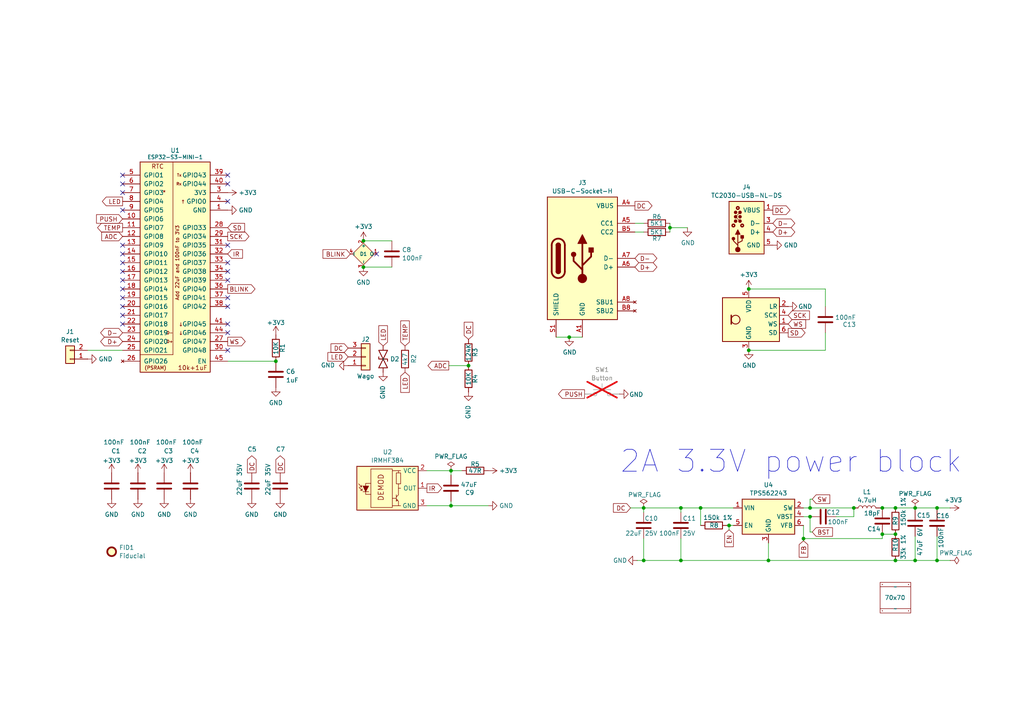
<source format=kicad_sch>
(kicad_sch (version 20250114) (generator "eeschema") (generator_version "9.0")
  (paper "A4")
  (title_block (title "LED driver") (rev "1") (comment 1 "@TheRealRevK") (comment 2 "www.me.uk"))
  (lib_symbols
    (symbol "Connector_Generic:Conn_01x02" (pin_names (offset 1.016) (hide yes))
      (property "Reference" "J" (at 0 2.54 0))
      (property "Value" "Conn_01x02" (at 0 -5.08 0))
      (symbol "Conn_01x02_1_1"
        (rectangle (start -1.27 1.27) (end 1.27 -3.81) (stroke (width 0.254)) (fill (type background)))
        (rectangle (start -1.27 0.127) (end 0 -0.127) (stroke (width 0.1524)))
        (rectangle (start -1.27 -2.413) (end 0 -2.667) (stroke (width 0.1524)))
        (pin passive line (at -5.08 0 0) (length 3.81) (name "Pin_1") (number "1"))
        (pin passive line (at -5.08 -2.54 0) (length 3.81) (name "Pin_2") (number "2"))
      )
    )
    (symbol "Connector_Generic:Conn_01x03" (pin_names (offset 1.016) (hide yes))
      (property "Reference" "J" (at 0 5.08 0))
      (property "Value" "Conn_01x03" (at 0 -5.08 0))
      (symbol "Conn_01x03_1_1"
        (rectangle (start -1.27 3.81) (end 1.27 -3.81) (stroke (width 0.254)) (fill (type background)))
        (rectangle (start -1.27 2.667) (end 0 2.413) (stroke (width 0.1524)))
        (rectangle (start -1.27 0.127) (end 0 -0.127) (stroke (width 0.1524)))
        (rectangle (start -1.27 -2.413) (end 0 -2.667) (stroke (width 0.1524)))
        (pin passive line (at -5.08 2.54 0) (length 3.81) (name "Pin_1") (number "1"))
        (pin passive line (at -5.08 0 0) (length 3.81) (name "Pin_2") (number "2"))
        (pin passive line (at -5.08 -2.54 0) (length 3.81) (name "Pin_3") (number "3"))
      )
    )
    (symbol "Device:C" (pin_numbers (hide yes)) (pin_names (offset 0.254))
      (property "Reference" "C" (at 0.635 2.54 0))
      (property "Value" "C" (at 0.635 -2.54 0))
      (symbol "C_0_1"
        (polyline (pts (xy -2.032 0.762) (xy 2.032 0.762)) (stroke (width 0.508)))
        (polyline (pts (xy -2.032 -0.762) (xy 2.032 -0.762)) (stroke (width 0.508)))
      )
      (symbol "C_1_1"
        (pin passive line (at 0 3.81 270) (length 2.794) (name "~") (number "1"))
        (pin passive line (at 0 -3.81 90) (length 2.794) (name "~") (number "2"))
      )
    )
    (symbol "Device:L" (pin_numbers (hide yes)) (pin_names (offset 1.016) (hide yes))
      (property "Reference" "L" (at -1.27 0 90))
      (property "Value" "L" (at 1.905 0 90))
      (symbol "L_0_1"
        (arc (start 0 2.54) (mid 0.6323 1.905) (end 0 1.27))
        (arc (start 0 1.27) (mid 0.6323 0.635) (end 0 0))
        (arc (start 0 0) (mid 0.6323 -0.635) (end 0 -1.27))
        (arc (start 0 -1.27) (mid 0.6323 -1.905) (end 0 -2.54))
      )
      (symbol "L_1_1"
        (pin passive line (at 0 3.81 270) (length 1.27) (name "1") (number "1"))
        (pin passive line (at 0 -3.81 90) (length 1.27) (name "2") (number "2"))
      )
    )
    (symbol "Device:R" (pin_numbers (hide yes)) (pin_names (offset 0))
      (property "Reference" "R" (at 2.032 0 90))
      (property "Value" "R" (at 0 0 90))
      (symbol "R_0_1"
        (rectangle (start -1.016 -2.54) (end 1.016 2.54) (stroke (width 0.254)))
      )
      (symbol "R_1_1"
        (pin passive line (at 0 3.81 270) (length 1.27) (name "~") (number "1"))
        (pin passive line (at 0 -3.81 90) (length 1.27) (name "~") (number "2"))
      )
    )
    (symbol "Mechanical:Fiducial" (in_bom no)
      (property "Reference" "FID" (at 0 5.08 0))
      (property "Value" "Fiducial" (at 0 3.175 0))
      (symbol "Fiducial_0_1"
        (circle (center 0 0) (radius 1.27) (stroke (width 0.508)) (fill (type background)))
      )
    )
    (symbol "RevK:ES05D1MC10" (pin_numbers (hide yes))
      (property "Reference" "D" (at 0 2.54 0))
      (symbol "ES05D1MC10_0_1"
        (polyline (pts (xy -2.54 1.27) (xy -2.54 -1.27) (xy 0 0) (xy -2.54 1.27)) (stroke (width 0.254)))
        (polyline (pts (xy 2.54 -1.27) (xy 2.54 1.27) (xy 0 0) (xy 2.54 -1.27)) (stroke (width 0.254)))
      )
      (symbol "ES05D1MC10_1_1"
        (polyline (pts (xy 0.635 1.27) (xy 0 1.27) (xy 0 -1.27) (xy -0.635 -1.27)) (stroke (width 0.254)))
        (pin passive line (at -3.81 0 0) (length 1.27) (name "~") (number "2"))
        (pin passive line (at 3.81 0 180) (length 1.27) (name "~") (number "1"))
      )
    )
    (symbol "RevK:ESP32-S3-MINI-1-N4R2" (pin_names (offset 1.016))
      (property "Reference" "U" (at 9.525 28.575 0))
      (property "Value" "ESP32-S3-MINI-1-N4R2" (at 0 31.115 0))
      (symbol "ESP32-S3-MINI-1-N4R2_0_0"
        (rectangle (start -10.16 30.48) (end 10.16 -30.48) (stroke (width 0.254)) (fill (type background)))
      )
      (symbol "ESP32-S3-MINI-1-N4R2_1_1"
        (polyline (pts (xy -10.16 -25.4) (xy -0.635 -25.4)))
        (polyline (pts (xy -0.635 30.48) (xy -0.635 -25.4)))
        (text "(PSRAM)" (at -5.715 -29.21 0) (effects (font (size 1 1))))
        (text "RTC" (at -5.08 29.21 0) (effects (font (size 1.27 1.27))))
        (text "*" (at -3.175 21.59 0) (effects (font (size 1.27 1.27))))
        (text "D-" (at -2.54 -19.05 0) (effects (font (size 0.8 0.8)) (justify left)))
        (text "D+" (at -2.54 -21.59 0) (effects (font (size 0.8 0.8)) (justify left)))
        (text "Add 22uF and 100nF to 3V3" (at 0.635 1.27 900) (effects (font (size 1 1))))
        (text "Tx" (at 1.905 26.67 0) (effects (font (size 0.8 0.8)) (justify right)))
        (text "Rx" (at 1.905 24.13 0) (effects (font (size 0.8 0.8)) (justify right)))
        (text "↓" (at 2.54 -16.51 0) (effects (font (size 1.27 1.27)) (justify right)))
        (text "↓" (at 2.54 -19.05 0) (effects (font (size 1.27 1.27)) (justify right)))
        (text "↑" (at 3.175 19.05 0) (effects (font (size 1.27 1.27)) (justify right)))
        (text "10k+1uF" (at 5.08 -29.21 0) (effects (font (size 1.27 1.27))))
        (pin passive line (at -15.24 26.67 0) (length 5.08) (name "GPIO1") (number "5"))
        (pin passive line (at -15.24 24.13 0) (length 5.08) (name "GPIO2") (number "6"))
        (pin passive line (at -15.24 21.59 0) (length 5.08) (name "GPIO3") (number "7"))
        (pin passive line (at -15.24 19.05 0) (length 5.08) (name "GPIO4") (number "8"))
        (pin passive line (at -15.24 16.51 0) (length 5.08) (name "GPIO5") (number "9"))
        (pin passive line (at -15.24 13.97 0) (length 5.08) (name "GPIO6") (number "10"))
        (pin passive line (at -15.24 11.43 0) (length 5.08) (name "GPIO7") (number "11"))
        (pin passive line (at -15.24 8.89 0) (length 5.08) (name "GPIO8") (number "12"))
        (pin passive line (at -15.24 6.35 0) (length 5.08) (name "GPIO9") (number "13"))
        (pin passive line (at -15.24 3.81 0) (length 5.08) (name "GPIO10") (number "14"))
        (pin passive line (at -15.24 1.27 0) (length 5.08) (name "GPIO11") (number "15"))
        (pin passive line (at -15.24 -1.27 0) (length 5.08) (name "GPIO12") (number "16"))
        (pin passive line (at -15.24 -3.81 0) (length 5.08) (name "GPIO13") (number "17"))
        (pin passive line (at -15.24 -6.35 0) (length 5.08) (name "GPIO14") (number "18"))
        (pin passive line (at -15.24 -8.89 0) (length 5.08) (name "GPIO15") (number "19"))
        (pin passive line (at -15.24 -11.43 0) (length 5.08) (name "GPIO16") (number "20"))
        (pin passive line (at -15.24 -13.97 0) (length 5.08) (name "GPIO17") (number "21"))
        (pin passive line (at -15.24 -16.51 0) (length 5.08) (name "GPIO18") (number "22"))
        (pin passive line (at -15.24 -19.05 0) (length 5.08) (name "GPIO19") (number "23"))
        (pin passive line (at -15.24 -21.59 0) (length 5.08) (name "GPIO20") (number "24"))
        (pin passive line (at -15.24 -24.13 0) (length 5.08) (name "GPIO21") (number "25"))
        (pin no_connect line (at -15.24 -27.305 0) (length 5.08) (name "GPIO26") (number "26"))
        (pin passive line (at 15.24 26.67 180) (length 5.08) (name "GPIO43") (number "39"))
        (pin passive line (at 15.24 24.13 180) (length 5.08) (name "GPIO44") (number "40"))
        (pin power_in line (at 15.24 21.59 180) (length 5.08) (name "3V3") (number "3"))
        (pin passive line (at 15.24 19.05 180) (length 5.08) (name "GPIO0") (number "4"))
        (pin power_in line (at 15.24 16.51 180) (length 5.08) (name "GND") (number "1"))
        (pin power_in line (at 15.24 16.51 180) (length 5.08) (hide yes) (name "GND") (number "2"))
        (pin power_in line (at 15.24 16.51 180) (length 5.08) (hide yes) (name "GND") (number "42"))
        (pin power_in line (at 15.24 16.51 180) (length 5.08) (hide yes) (name "GND") (number "43"))
        (pin power_in line (at 15.24 16.51 180) (length 5.08) (hide yes) (name "GND") (number "46"))
        (pin power_in line (at 15.24 16.51 180) (length 5.08) (hide yes) (name "GND") (number "47"))
        (pin power_in line (at 15.24 16.51 180) (length 5.08) (hide yes) (name "GND") (number "48"))
        (pin power_in line (at 15.24 16.51 180) (length 5.08) (hide yes) (name "GND") (number "49"))
        (pin power_in line (at 15.24 16.51 180) (length 5.08) (hide yes) (name "GND") (number "50"))
        (pin power_in line (at 15.24 16.51 180) (length 5.08) (hide yes) (name "GND") (number "51"))
        (pin power_in line (at 15.24 16.51 180) (length 5.08) (hide yes) (name "GND") (number "52"))
        (pin power_in line (at 15.24 16.51 180) (length 5.08) (hide yes) (name "GND") (number "53"))
        (pin power_in line (at 15.24 16.51 180) (length 5.08) (hide yes) (name "GND") (number "54"))
        (pin power_in line (at 15.24 16.51 180) (length 5.08) (hide yes) (name "GND") (number "55"))
        (pin power_in line (at 15.24 16.51 180) (length 5.08) (hide yes) (name "GND") (number "56"))
        (pin power_in line (at 15.24 16.51 180) (length 5.08) (hide yes) (name "GND") (number "57"))
        (pin power_in line (at 15.24 16.51 180) (length 5.08) (hide yes) (name "GND") (number "58"))
        (pin power_in line (at 15.24 16.51 180) (length 5.08) (hide yes) (name "GND") (number "59"))
        (pin power_in line (at 15.24 16.51 180) (length 5.08) (hide yes) (name "GND") (number "60"))
        (pin power_in line (at 15.24 16.51 180) (length 5.08) (hide yes) (name "GND") (number "61"))
        (pin power_in line (at 15.24 16.51 180) (length 5.08) (hide yes) (name "GND") (number "62"))
        (pin power_in line (at 15.24 16.51 180) (length 5.08) (hide yes) (name "GND") (number "63"))
        (pin power_in line (at 15.24 16.51 180) (length 5.08) (hide yes) (name "GND") (number "64"))
        (pin power_in line (at 15.24 16.51 180) (length 5.08) (hide yes) (name "GND") (number "65"))
        (pin passive line (at 15.24 11.43 180) (length 5.08) (name "GPIO33") (number "28"))
        (pin passive line (at 15.24 8.89 180) (length 5.08) (name "GPIO34") (number "29"))
        (pin passive line (at 15.24 6.35 180) (length 5.08) (name "GPIO35") (number "31"))
        (pin passive line (at 15.24 3.81 180) (length 5.08) (name "GPIO36") (number "32"))
        (pin passive line (at 15.24 1.27 180) (length 5.08) (name "GPIO37") (number "33"))
        (pin passive line (at 15.24 -1.27 180) (length 5.08) (name "GPIO38") (number "34"))
        (pin passive line (at 15.24 -3.81 180) (length 5.08) (name "GPIO39") (number "35"))
        (pin passive line (at 15.24 -6.35 180) (length 5.08) (name "GPIO40") (number "36"))
        (pin passive line (at 15.24 -8.89 180) (length 5.08) (name "GPIO41") (number "37"))
        (pin passive line (at 15.24 -11.43 180) (length 5.08) (name "GPIO42") (number "38"))
        (pin passive line (at 15.24 -16.51 180) (length 5.08) (name "GPIO45") (number "41"))
        (pin passive line (at 15.24 -19.05 180) (length 5.08) (name "GPIO46") (number "44"))
        (pin passive line (at 15.24 -21.59 180) (length 5.08) (name "GPIO47") (number "27"))
        (pin passive line (at 15.24 -24.13 180) (length 5.08) (name "GPIO48") (number "30"))
        (pin input line (at 15.24 -27.305 180) (length 5.08) (name "EN") (number "45"))
      )
    )
    (symbol "RevK:ICS43434_MEMS_Mic"
      (symbol "ICS43434_MEMS_Mic_1_1"
        (rectangle (start -7.62 6.35) (end 8.89 -6.35) (stroke (width 0.254)) (fill (type background)))
        (polyline (pts (xy -5.08 1.27) (xy -5.08 -1.27)) (stroke (width 0.381)))
        (circle (center -3.81 0) (radius 1.27) (stroke (width 0.254)))
        (pin power_in line (at 0 8.89 270) (length 2.54) (name "VDD") (number "5"))
        (pin power_in line (at 0 -8.89 90) (length 2.54) (name "GND") (number "3"))
        (pin input line (at 11.43 3.81 180) (length 2.54) (name "LR") (number "2"))
        (pin input line (at 11.43 1.27 180) (length 2.54) (name "SCK") (number "4"))
        (pin input line (at 11.43 -1.27 180) (length 2.54) (name "WS") (number "1"))
        (pin output line (at 11.43 -3.81 180) (length 2.54) (name "SD") (number "6"))
      )
    )
    (symbol "RevK:IRMHF384"
      (property "Reference" "U" (at 0 8.89 0))
      (property "Value" "IRMHF384" (at 0 0 0))
      (symbol "IRMHF384_0_0"
        (polyline (pts (xy 3.175 5.08) (xy 1.397 5.08)))
        (polyline (pts (xy 3.175 -5.08) (xy 1.397 -5.08)))
        (text "DEMOD" (at -1.905 0.254 900) (effects (font (size 1.524 1.524))))
      )
      (symbol "IRMHF384_0_1"
        (rectangle (start -8.89 6.35) (end 8.89 -6.35) (stroke (width 0.254)) (fill (type background)))
        (polyline (pts (xy -7.493 0.381) (xy -8.382 1.27)))
        (polyline (pts (xy -7.493 0.381) (xy -8.001 0.381)))
        (polyline (pts (xy -7.493 0.381) (xy -7.493 0.889)))
        (polyline (pts (xy -7.366 -0.635) (xy -8.255 0.254)))
        (polyline (pts (xy -7.366 -0.635) (xy -7.874 -0.635)))
        (polyline (pts (xy -7.366 -0.635) (xy -7.366 -0.127)))
        (polyline (pts (xy -7.112 0.635) (xy -5.461 0.635) (xy -6.35 -1.016) (xy -7.112 0.635)) (fill (type outline)))
        (polyline (pts (xy -7.112 -1.016) (xy -5.461 -1.016)))
        (rectangle (start -4.826 5.588) (end 1.397 -5.588))
        (polyline (pts (xy -4.826 1.397) (xy -6.35 1.397) (xy -6.35 -1.778) (xy -4.826 -1.778)))
        (polyline (pts (xy 2.54 -1.905) (xy 2.54 -3.81)))
        (polyline (pts (xy 2.54 -2.54) (xy 3.175 -1.905) (xy 3.175 0) (xy 3.81 0)))
        (polyline (pts (xy 2.54 -2.921) (xy 1.397 -2.921)))
        (polyline (pts (xy 2.54 -3.175) (xy 3.175 -3.81) (xy 3.175 -5.08) (xy 3.81 -5.08)))
        (polyline (pts (xy 2.667 -3.556) (xy 2.794 -3.556)))
        (polyline (pts (xy 2.921 -3.556) (xy 2.794 -3.556)))
        (polyline (pts (xy 2.921 -3.556) (xy 2.921 -3.302)))
        (polyline (pts (xy 3.175 4.445) (xy 3.175 5.08) (xy 3.81 5.08)))
        (polyline (pts (xy 3.175 0) (xy 3.175 1.27)))
        (rectangle (start 3.81 1.27) (end 2.54 4.445))
      )
      (symbol "IRMHF384_1_1"
        (pin power_in line (at 11.43 5.08 180) (length 2.54) (name "VCC") (number "2"))
        (pin output line (at 11.43 0 180) (length 2.54) (name "OUT") (number "1"))
        (pin power_in line (at 11.43 -5.08 180) (length 2.54) (name "GND") (number "3"))
        (pin power_in line (at 11.43 -5.08 180) (length 2.54) (hide yes) (name "GND") (number "4"))
      )
    )
    (symbol "RevK:PCB" (in_bom no)
      (property "Value" "XxY" (at 0 0 0))
      (symbol "PCB_0_1"
        (rectangle (start -4.445 4.445) (end 4.445 -4.445))
        (circle (center -3.81 3.81) (radius 0.0001))
        (circle (center -3.81 -3.81) (radius 0.0001))
        (circle (center 3.81 3.81) (radius 0.0001))
        (circle (center 3.81 -3.81) (radius 0.0001))
      )
    )
    (symbol "RevK:TC2030-USB-NL" (pin_names (offset 1.016)) (in_bom no)
      (property "Reference" "J" (at 0 10.922 0))
      (property "Value" "TC2030-USB-NL" (at 0 8.89 0))
      (symbol "TC2030-USB-NL_0_1"
        (rectangle (start -5.08 7.62) (end 5.08 -7.62) (stroke (width 0.254)) (fill (type background)))
        (circle (center -3.81 -3.175) (radius 0.381) (stroke (width 0.254)) (fill (type outline)))
        (circle (center -3.175 4.445) (radius 0.381) (stroke (width 0.254)) (fill (type outline)))
        (circle (center -3.175 3.175) (radius 0.381) (stroke (width 0.254)) (fill (type outline)))
        (circle (center -3.175 1.905) (radius 0.381) (stroke (width 0.254)) (fill (type outline)))
        (polyline (pts (xy -3.175 -1.905) (xy -1.905 -1.905) (xy -2.54 -0.635) (xy -3.175 -1.905)) (stroke (width 0.254)) (fill (type outline)))
        (polyline (pts (xy -2.54 -5.08) (xy -2.54 -4.445) (xy -1.27 -3.81) (xy -1.27 -2.54)) (stroke (width 0.254)))
        (polyline (pts (xy -2.54 -5.715) (xy -2.54 -5.08) (xy -3.81 -3.81) (xy -3.81 -3.175)) (stroke (width 0.254)))
        (circle (center -2.54 -6.35) (radius 0.635) (stroke (width 0.254)) (fill (type outline)))
        (circle (center -1.905 4.445) (radius 0.381) (stroke (width 0.254)) (fill (type outline)))
        (polyline (pts (xy -1.905 4.445) (xy -3.175 3.175) (xy -1.905 1.905)))
        (circle (center -1.905 3.175) (radius 0.381) (stroke (width 0.254)) (fill (type outline)))
        (circle (center -1.905 1.905) (radius 0.381) (stroke (width 0.254)) (fill (type outline)))
        (rectangle (start -1.651 -2.286) (end -0.889 -3.048) (stroke (width 0.254)) (fill (type outline)))
      )
      (symbol "TC2030-USB-NL_1_1"
        (circle (center -3.81 0.635) (radius 0.381) (stroke (width 0.4)))
        (circle (center -2.54 5.715) (radius 0.381) (stroke (width 0.4)))
        (polyline (pts (xy -2.54 -4.445) (xy -2.54 -1.905)) (stroke (width 0.254)))
        (circle (center -1.27 0.635) (radius 0.381) (stroke (width 0.4)))
        (pin passive line (at 7.62 5.08 180) (length 2.54) (name "VBUS") (number "1"))
        (pin passive line (at 7.62 1.27 180) (length 2.54) (hide yes) (name "NC") (number "2"))
        (pin bidirectional line (at 7.62 1.27 180) (length 2.54) (name "D-") (number "3"))
        (pin passive line (at 7.62 1.27 180) (length 2.54) (hide yes) (name "NC") (number "6"))
        (pin bidirectional line (at 7.62 -1.27 180) (length 2.54) (name "D+") (number "4"))
        (pin passive line (at 7.62 -5.08 180) (length 2.54) (name "GND") (number "5"))
      )
    )
    (symbol "RevK:TPS562243"
      (property "Reference" "U" (at -7.62 6.35 0))
      (property "Value" "TPS562243" (at -2.54 6.35 0))
      (symbol "TPS562243_0_1"
        (rectangle (start -7.62 5.08) (end 7.62 -5.08) (stroke (width 0.254)) (fill (type background)))
      )
      (symbol "TPS562243_1_1"
        (pin power_in line (at -10.16 2.54 0) (length 2.54) (name "VIN") (number "1"))
        (pin input line (at -10.16 -2.54 0) (length 2.54) (name "EN") (number "5"))
        (pin power_in line (at 0 -7.62 90) (length 2.54) (name "GND") (number "3"))
        (pin output line (at 10.16 2.54 180) (length 2.54) (name "SW") (number "2"))
        (pin passive line (at 10.16 0 180) (length 2.54) (name "VBST") (number "4"))
        (pin input line (at 10.16 -2.54 180) (length 2.54) (name "VFB") (number "6"))
      )
    )
    (symbol "RevK:USB-C-Socket-H" (pin_names (offset 1.016))
      (property "Reference" "J" (at -10.16 19.05 0))
      (property "Value" "USB-C-Socket-V" (at 0.635 12.7 0))
      (symbol "USB-C-Socket-H_0_1"
        (rectangle (start -10.16 17.78) (end 10.16 -17.78) (stroke (width 0.254)) (fill (type background)))
        (polyline (pts (xy -8.89 -3.81) (xy -8.89 3.81)) (stroke (width 0.508)))
        (rectangle (start -7.62 -3.81) (end -6.35 3.81) (stroke (width 0.254)) (fill (type outline)))
        (arc (start -7.62 3.81) (mid -6.985 4.4423) (end -6.35 3.81) (stroke (width 0.254)))
        (arc (start -7.62 3.81) (mid -6.985 4.4423) (end -6.35 3.81) (stroke (width 0.254)) (fill (type outline)))
        (arc (start -8.89 3.81) (mid -6.985 5.7067) (end -5.08 3.81) (stroke (width 0.508)))
        (arc (start -5.08 -3.81) (mid -6.985 -5.7067) (end -8.89 -3.81) (stroke (width 0.508)))
        (arc (start -6.35 -3.81) (mid -6.985 -4.4423) (end -7.62 -3.81) (stroke (width 0.254)))
        (arc (start -6.35 -3.81) (mid -6.985 -4.4423) (end -7.62 -3.81) (stroke (width 0.254)) (fill (type outline)))
        (polyline (pts (xy -5.08 3.81) (xy -5.08 -3.81)) (stroke (width 0.508)))
        (circle (center -2.54 1.143) (radius 0.635) (stroke (width 0.254)) (fill (type outline)))
        (polyline (pts (xy -1.27 4.318) (xy 0 6.858) (xy 1.27 4.318) (xy -1.27 4.318)) (stroke (width 0.254)) (fill (type outline)))
        (polyline (pts (xy 0 -2.032) (xy 2.54 0.508) (xy 2.54 1.778)) (stroke (width 0.508)))
        (polyline (pts (xy 0 -3.302) (xy -2.54 -0.762) (xy -2.54 0.508)) (stroke (width 0.508)))
        (polyline (pts (xy 0 -5.842) (xy 0 4.318)) (stroke (width 0.508)))
        (circle (center 0 -5.842) (radius 1.27) (fill (type outline)))
        (rectangle (start 1.905 1.778) (end 3.175 3.048) (stroke (width 0.254)) (fill (type outline)))
      )
      (symbol "USB-C-Socket-H_1_1"
        (pin passive line (at -7.62 -22.86 90) (length 5.08) (name "SHIELD") (number "S1"))
        (pin passive line (at 0 -22.86 90) (length 5.08) (name "GND") (number "A1"))
        (pin passive line (at 0 -22.86 90) (length 5.08) (hide yes) (name "GND") (number "A12"))
        (pin passive line (at 0 -22.86 90) (length 5.08) (hide yes) (name "GND") (number "B1"))
        (pin passive line (at 0 -22.86 90) (length 5.08) (hide yes) (name "GND") (number "B12"))
        (pin passive line (at 15.24 15.24 180) (length 5.08) (name "VBUS") (number "A4"))
        (pin passive line (at 15.24 15.24 180) (length 5.08) (hide yes) (name "VBUS") (number "A9"))
        (pin passive line (at 15.24 15.24 180) (length 5.08) (hide yes) (name "VBUS") (number "B4"))
        (pin passive line (at 15.24 15.24 180) (length 5.08) (hide yes) (name "VBUS") (number "B9"))
        (pin bidirectional line (at 15.24 10.16 180) (length 5.08) (name "CC1") (number "A5"))
        (pin bidirectional line (at 15.24 7.62 180) (length 5.08) (name "CC2") (number "B5"))
        (pin bidirectional line (at 15.24 0 180) (length 5.08) (name "D-") (number "A7"))
        (pin bidirectional line (at 15.24 0 180) (length 5.08) (hide yes) (name "D-") (number "B7"))
        (pin bidirectional line (at 15.24 -2.54 180) (length 5.08) (name "D+") (number "A6"))
        (pin bidirectional line (at 15.24 -2.54 180) (length 5.08) (hide yes) (name "D+") (number "B6"))
        (pin no_connect line (at 15.24 -12.7 180) (length 5.08) (name "SBU1") (number "A8"))
        (pin no_connect line (at 15.24 -15.24 180) (length 5.08) (name "SBU2") (number "B8"))
      )
    )
    (symbol "RevK:VCUT" (in_bom no)
      (symbol "VCUT_0_1"
        (polyline (pts (xy -4.445 0) (xy 4.445 0)))
      )
    )
    (symbol "RevK:WS2812B-1mm" (pin_names (offset 0.254))
      (property "Reference" "D" (at 0 0 0))
      (symbol "WS2812B-1mm_1_1"
        (polyline (pts (xy 0 3.175) (xy 3.175 0) (xy 0 -3.175) (xy -3.175 0) (xy 0 3.175)) (fill (type background)))
        (pin input line (at -3.81 0 0) (length 0.5) (name "I") (number "4"))
        (pin power_in line (at 0 3.81 270) (length 0.5) (name "-") (number "3"))
        (pin power_in line (at 0 -3.81 90) (length 0.5) (name "+") (number "2"))
        (pin output line (at 3.81 0 180) (length 0.5) (name "O") (number "1"))
      )
    )
    (symbol "Switch:SW_Push" (pin_numbers (hide yes)) (pin_names (offset 1.016) (hide yes))
      (property "Reference" "SW" (at 1.27 2.54 0))
      (property "Value" "SW_Push" (at 0 -1.524 0))
      (symbol "SW_Push_0_1"
        (circle (center -2.032 0) (radius 0.508))
        (polyline (pts (xy 0 1.27) (xy 0 3.048)))
        (circle (center 2.032 0) (radius 0.508))
        (polyline (pts (xy 2.54 1.27) (xy -2.54 1.27)))
        (pin passive line (at -5.08 0 0) (length 2.54) (name "1") (number "1"))
        (pin passive line (at 5.08 0 180) (length 2.54) (name "2") (number "2"))
      )
    )
    (symbol "power:+3.3V" (power) (pin_numbers (hide yes)) (pin_names (offset 0) (hide yes))
      (property "Value" "+3.3V" (at 0 3.556 0))
      (symbol "+3.3V_0_1"
        (polyline (pts (xy -0.762 1.27) (xy 0 2.54)))
        (polyline (pts (xy 0 2.54) (xy 0.762 1.27)))
        (polyline (pts (xy 0 0) (xy 0 2.54)))
      )
      (symbol "+3.3V_1_1"
        (pin power_in line (at 0 0 90) (length 0) (name "~") (number "1"))
      )
    )
    (symbol "power:GND" (power) (pin_numbers (hide yes)) (pin_names (offset 0) (hide yes))
      (property "Value" "GND" (at 0 -3.81 0))
      (symbol "GND_0_1"
        (polyline (pts (xy 0 0) (xy 0 -1.27) (xy 1.27 -1.27) (xy 0 -2.54) (xy -1.27 -1.27) (xy 0 -1.27)))
      )
      (symbol "GND_1_1"
        (pin power_in line (at 0 0 270) (length 0) (name "~") (number "1"))
      )
    )
    (symbol "power:PWR_FLAG" (power) (pin_numbers (hide yes)) (pin_names (offset 0) (hide yes))
      (property "Value" "PWR_FLAG" (at 0 3.81 0))
      (symbol "PWR_FLAG_0_0"
        (pin power_out line (at 0 0 90) (length 0) (name "~") (number "1"))
      )
      (symbol "PWR_FLAG_0_1"
        (polyline (pts (xy 0 0) (xy 0 1.27) (xy -1.016 1.905) (xy 0 2.54) (xy 1.016 1.905) (xy 0 1.27)))
      )
    )
  )
  (text "2A 3.3V power block" (at 229.489 133.985 0) (effects (font (size 6.35 6.35))))
  (junction (at 255.905 154.94))
  (junction (at 265.43 147.32))
  (junction (at 259.715 154.94))
  (junction (at 105.41 69.85))
  (junction (at 271.78 147.32))
  (junction (at 271.78 162.56))
  (junction (at 186.69 162.56))
  (junction (at 259.715 147.32))
  (junction (at 186.69 147.32))
  (junction (at 247.65 147.32))
  (junction (at 130.81 146.685))
  (junction (at 211.455 152.4))
  (junction (at 265.43 162.56))
  (junction (at 217.17 101.6))
  (junction (at 203.2 147.32))
  (junction (at 135.89 106.045))
  (junction (at 130.81 136.525))
  (junction (at 165.1 97.79))
  (junction (at 197.485 162.56))
  (junction (at 234.95 147.32))
  (junction (at 233.045 156.21))
  (junction (at 255.905 147.32))
  (junction (at 259.715 162.56))
  (junction (at 234.95 149.86))
  (junction (at 105.41 77.47))
  (junction (at 197.485 147.32))
  (junction (at 194.31 66.04))
  (junction (at 222.885 162.56))
  (junction (at 217.17 83.82))
  (junction (at 80.01 104.775))
  (no_connect (at 35.56 53.34))
  (no_connect (at 66.04 58.42))
  (no_connect (at 66.04 50.8))
  (no_connect (at 35.56 76.2))
  (no_connect (at 66.04 101.6))
  (no_connect (at 66.04 96.52))
  (no_connect (at 35.56 60.96))
  (no_connect (at 35.56 73.66))
  (no_connect (at 35.56 91.44))
  (no_connect (at 35.56 55.88))
  (no_connect (at 35.56 71.12))
  (no_connect (at 35.56 88.9))
  (no_connect (at 66.04 53.34))
  (no_connect (at 35.56 81.28))
  (no_connect (at 35.56 93.98))
  (no_connect (at 66.04 81.28))
  (no_connect (at 35.56 78.74))
  (no_connect (at 66.04 71.12))
  (no_connect (at 66.04 76.2))
  (no_connect (at 35.56 83.82))
  (no_connect (at 66.04 93.98))
  (no_connect (at 66.04 78.74))
  (no_connect (at 66.04 86.36))
  (no_connect (at 66.04 88.9))
  (no_connect (at 109.22 73.66))
  (no_connect (at 35.56 50.8))
  (no_connect (at 35.56 86.36))
  (wire (pts (xy 130.81 146.685) (xy 141.605 146.685)))
  (wire (pts (xy 194.31 66.04) (xy 194.31 67.31)))
  (wire (pts (xy 234.95 144.78) (xy 234.95 147.32)))
  (wire (pts (xy 271.78 147.955) (xy 271.78 147.32)))
  (wire (pts (xy 197.485 156.21) (xy 197.485 162.56)))
  (wire (pts (xy 233.045 156.21) (xy 233.045 156.845)))
  (wire (pts (xy 239.395 96.52) (xy 239.395 101.6)))
  (wire (pts (xy 239.395 83.82) (xy 239.395 88.9)))
  (wire (pts (xy 105.41 69.85) (xy 113.665 69.85)))
  (wire (pts (xy 265.43 162.56) (xy 265.43 155.575)))
  (wire (pts (xy 186.69 162.56) (xy 186.69 156.21)))
  (wire (pts (xy 203.2 147.32) (xy 212.725 147.32)))
  (wire (pts (xy 271.78 162.56) (xy 265.43 162.56)))
  (wire (pts (xy 233.045 152.4) (xy 233.045 156.21)))
  (wire (pts (xy 275.59 162.56) (xy 271.78 162.56)))
  (wire (pts (xy 255.905 156.21) (xy 255.905 154.94)))
  (wire (pts (xy 130.175 106.045) (xy 135.89 106.045)))
  (wire (pts (xy 233.045 149.86) (xy 234.95 149.86)))
  (wire (pts (xy 255.905 154.94) (xy 259.715 154.94)))
  (wire (pts (xy 259.715 147.32) (xy 265.43 147.32)))
  (wire (pts (xy 233.045 156.21) (xy 255.905 156.21)))
  (wire (pts (xy 265.43 147.32) (xy 271.78 147.32)))
  (wire (pts (xy 123.825 146.685) (xy 130.81 146.685)))
  (wire (pts (xy 210.82 152.4) (xy 211.455 152.4)))
  (wire (pts (xy 197.485 147.32) (xy 197.485 148.59)))
  (wire (pts (xy 130.81 136.525) (xy 133.985 136.525)))
  (wire (pts (xy 161.29 97.79) (xy 165.1 97.79)))
  (wire (pts (xy 234.95 147.32) (xy 247.65 147.32)))
  (wire (pts (xy 247.65 149.86) (xy 242.57 149.86)))
  (wire (pts (xy 211.455 152.4) (xy 212.725 152.4)))
  (wire (pts (xy 199.39 66.04) (xy 194.31 66.04)))
  (wire (pts (xy 105.41 77.47) (xy 113.665 77.47)))
  (wire (pts (xy 235.585 144.78) (xy 234.95 144.78)))
  (wire (pts (xy 182.88 147.32) (xy 186.69 147.32)))
  (wire (pts (xy 25.4 101.6) (xy 35.56 101.6)))
  (wire (pts (xy 130.81 145.415) (xy 130.81 146.685)))
  (wire (pts (xy 211.455 153.67) (xy 211.455 152.4)))
  (wire (pts (xy 194.31 64.77) (xy 194.31 66.04)))
  (wire (pts (xy 271.78 147.32) (xy 275.59 147.32)))
  (wire (pts (xy 203.2 147.32) (xy 203.2 152.4)))
  (wire (pts (xy 197.485 147.32) (xy 203.2 147.32)))
  (wire (pts (xy 197.485 162.56) (xy 186.69 162.56)))
  (wire (pts (xy 271.78 155.575) (xy 271.78 162.56)))
  (wire (pts (xy 239.395 101.6) (xy 217.17 101.6)))
  (wire (pts (xy 186.69 147.32) (xy 197.485 147.32)))
  (wire (pts (xy 130.81 136.525) (xy 130.81 137.795)))
  (wire (pts (xy 184.15 64.77) (xy 186.69 64.77)))
  (wire (pts (xy 168.91 97.79) (xy 165.1 97.79)))
  (wire (pts (xy 184.15 67.31) (xy 186.69 67.31)))
  (wire (pts (xy 123.825 136.525) (xy 130.81 136.525)))
  (wire (pts (xy 217.17 83.82) (xy 239.395 83.82)))
  (wire (pts (xy 259.715 162.56) (xy 265.43 162.56)))
  (wire (pts (xy 234.95 154.305) (xy 235.585 154.305)))
  (wire (pts (xy 234.95 149.86) (xy 234.95 154.305)))
  (wire (pts (xy 233.045 147.32) (xy 234.95 147.32)))
  (wire (pts (xy 197.485 162.56) (xy 222.885 162.56)))
  (wire (pts (xy 186.69 147.32) (xy 186.69 148.59)))
  (wire (pts (xy 255.905 147.32) (xy 259.715 147.32)))
  (wire (pts (xy 265.43 147.32) (xy 265.43 147.955)))
  (wire (pts (xy 222.885 162.56) (xy 259.715 162.56)))
  (wire (pts (xy 66.04 104.775) (xy 80.01 104.775)))
  (wire (pts (xy 255.27 147.32) (xy 255.905 147.32)))
  (wire (pts (xy 184.785 162.56) (xy 186.69 162.56)))
  (wire (pts (xy 222.885 162.56) (xy 222.885 157.48)))
  (wire (pts (xy 247.65 147.32) (xy 247.65 149.86)))
  (global_label "SW" (shape input) (at 235.585 144.78 0) (property "Intersheetrefs" "${INTERSHEET_REFS}" (effects (hide yes))))
  (global_label "DC" (shape input) (at 182.88 147.32 180) (property "Intersheetrefs" "${INTERSHEET_REFS}" (effects (hide yes))))
  (global_label "LED" (shape input) (at 117.475 107.95 270) (property "Intersheetrefs" "${INTERSHEET_REFS}" (effects (hide yes))))
  (global_label "DC" (shape input) (at 135.89 98.425 90) (property "Intersheetrefs" "${INTERSHEET_REFS}" (effects (hide yes))))
  (global_label "D+" (shape bidirectional) (at 224.155 67.31 0) (property "Intersheetrefs" "${INTERSHEET_REFS}" (effects (hide yes))))
  (global_label "LED" (shape input) (at 100.965 103.505 180) (property "Intersheetrefs" "${INTERSHEET_REFS}" (effects (hide yes))))
  (global_label "DC" (shape output) (at 81.28 137.16 90) (property "Intersheetrefs" "${INTERSHEET_REFS}" (effects (hide yes))))
  (global_label "D+" (shape bidirectional) (at 35.56 99.06 180) (property "Intersheetrefs" "${INTERSHEET_REFS}" (effects (hide yes))))
  (global_label "PUSH" (shape input) (at 35.56 63.5 180) (property "Intersheetrefs" "${INTERSHEET_REFS}" (effects (hide yes))))
  (global_label "SD" (shape output) (at 228.6 96.52 0) (property "Intersheetrefs" "${INTERSHEET_REFS}" (effects (hide yes))))
  (global_label "SCK" (shape output) (at 66.04 68.58 0) (property "Intersheetrefs" "${INTERSHEET_REFS}" (effects (hide yes))))
  (global_label "LED" (shape output) (at 35.56 58.42 180) (property "Intersheetrefs" "${INTERSHEET_REFS}" (effects (hide yes))))
  (global_label "DC" (shape input) (at 100.965 100.965 180) (property "Intersheetrefs" "${INTERSHEET_REFS}" (effects (hide yes))))
  (global_label "DC" (shape output) (at 224.155 60.96 0) (property "Intersheetrefs" "${INTERSHEET_REFS}" (effects (hide yes))))
  (global_label "IR" (shape input) (at 66.04 73.66 0) (property "Intersheetrefs" "${INTERSHEET_REFS}" (effects (hide yes))))
  (global_label "DC" (shape output) (at 184.15 59.69 0) (property "Intersheetrefs" "${INTERSHEET_REFS}" (effects (hide yes))))
  (global_label "D-" (shape bidirectional) (at 224.155 64.77 0) (property "Intersheetrefs" "${INTERSHEET_REFS}" (effects (hide yes))))
  (global_label "D-" (shape bidirectional) (at 184.15 74.93 0) (property "Intersheetrefs" "${INTERSHEET_REFS}" (effects (hide yes))))
  (global_label "BLINK" (shape input) (at 101.6 73.66 180) (property "Intersheetrefs" "${INTERSHEET_REFS}" (effects (hide yes))))
  (global_label "TEMP" (shape output) (at 35.56 66.04 180) (property "Intersheetrefs" "${INTERSHEET_REFS}" (effects (hide yes))))
  (global_label "ADC" (shape input) (at 35.56 68.58 180) (property "Intersheetrefs" "${INTERSHEET_REFS}" (effects (hide yes))))
  (global_label "D+" (shape bidirectional) (at 184.15 77.47 0) (property "Intersheetrefs" "${INTERSHEET_REFS}" (effects (hide yes))))
  (global_label "EN" (shape input) (at 211.455 153.67 270) (property "Intersheetrefs" "${INTERSHEET_REFS}" (effects (hide yes))))
  (global_label "SD" (shape input) (at 66.04 66.04 0) (property "Intersheetrefs" "${INTERSHEET_REFS}" (effects (hide yes))))
  (global_label "WS" (shape output) (at 66.04 99.06 0) (property "Intersheetrefs" "${INTERSHEET_REFS}" (effects (hide yes))))
  (global_label "TEMP" (shape input) (at 117.475 100.33 90) (property "Intersheetrefs" "${INTERSHEET_REFS}" (effects (hide yes))))
  (global_label "WS" (shape input) (at 228.6 93.98 0) (property "Intersheetrefs" "${INTERSHEET_REFS}" (effects (hide yes))))
  (global_label "LED" (shape input) (at 111.125 100.33 90) (property "Intersheetrefs" "${INTERSHEET_REFS}" (effects (hide yes))))
  (global_label "BLINK" (shape output) (at 66.04 83.82 0) (property "Intersheetrefs" "${INTERSHEET_REFS}" (effects (hide yes))))
  (global_label "IR" (shape output) (at 123.825 141.605 0) (property "Intersheetrefs" "${INTERSHEET_REFS}" (effects (hide yes))))
  (global_label "D-" (shape bidirectional) (at 35.56 96.52 180) (property "Intersheetrefs" "${INTERSHEET_REFS}" (effects (hide yes))))
  (global_label "SCK" (shape input) (at 228.6 91.44 0) (property "Intersheetrefs" "${INTERSHEET_REFS}" (effects (hide yes))))
  (global_label "DC" (shape output) (at 73.025 137.16 90) (property "Intersheetrefs" "${INTERSHEET_REFS}" (effects (hide yes))))
  (global_label "PUSH" (shape output) (at 169.545 114.3 180) (property "Intersheetrefs" "${INTERSHEET_REFS}" (effects (hide yes))))
  (global_label "FB" (shape input) (at 233.045 156.845 270) (property "Intersheetrefs" "${INTERSHEET_REFS}" (effects (hide yes))))
  (global_label "ADC" (shape output) (at 130.175 106.045 180) (property "Intersheetrefs" "${INTERSHEET_REFS}" (effects (hide yes))))
  (global_label "BST" (shape input) (at 235.585 154.305 0) (property "Intersheetrefs" "${INTERSHEET_REFS}" (effects (hide yes))))
  (symbol (lib_id "Device:R") (at 190.5 64.77 90) (unit 1)
    (property "Reference" "R6" (at 190.5 62.865 90))
    (property "Value" "5K1" (at 190.5 64.77 90))
    (property "Footprint" "RevK:R_0201" (effects (hide yes)))
    (property "Description" "Resistor" (effects (hide yes)))
    (property "MPN" "C274341" (effects (hide yes)))
  )
  (symbol (lib_id "power:GND") (at 199.39 66.04 0) (unit 1)
    (property "Reference" "#PWR026" (effects (hide yes)))
    (property "Value" "GND" (at 199.517 70.4342 0))
    (property "Description" "Power symbol creates a global label with name \"GND\" , ground" (effects (hide yes)))
  )
  (symbol (lib_id "power:GND") (at 165.1 97.79 0) (unit 1)
    (property "Reference" "#PWR023" (effects (hide yes)))
    (property "Value" "GND" (at 165.227 102.1842 0))
    (property "Description" "Power symbol creates a global label with name \"GND\" , ground" (effects (hide yes)))
  )
  (symbol (lib_id "Device:R") (at 190.5 67.31 270) (unit 1)
    (property "Reference" "R7" (at 190.5 69.215 90))
    (property "Value" "5K1" (at 190.5 67.31 90))
    (property "Footprint" "RevK:R_0201" (effects (hide yes)))
    (property "Description" "Resistor" (effects (hide yes)))
    (property "MPN" "C274341" (effects (hide yes)))
  )
  (symbol (lib_id "Device:R") (at 207.01 152.4 270) (unit 1)
    (property "Reference" "R8" (at 205.74 152.4 90) (effects (justify left)))
    (property "Value" "150k 1%" (at 203.962 150.114 90) (effects (justify left)))
    (property "Footprint" "RevK:R_0201" (effects (hide yes)))
    (property "Description" "Resistor" (effects (hide yes)))
    (property "MPN" "C310173" (effects (hide yes)))
  )
  (symbol (lib_id "power:PWR_FLAG") (at 186.69 147.32 0) (unit 1)
    (property "Reference" "#FLG02" (effects (hide yes)))
    (property "Value" "PWR_FLAG" (at 182.118 143.51 0) (effects (justify left)))
    (property "Description" "Special symbol for telling ERC where power comes from" (effects (hide yes)))
  )
  (symbol (lib_id "power:GND") (at 80.01 112.395 0) (unit 1)
    (property "Reference" "#PWR014" (effects (hide yes)))
    (property "Value" "GND" (at 80.01 116.8384 0))
    (property "Description" "Power symbol creates a global label with name \"GND\" , ground" (effects (hide yes)))
  )
  (symbol (lib_id "RevK:TPS562243") (at 222.885 149.86 0) (unit 1)
    (property "Reference" "U4" (at 222.885 140.6355 0))
    (property "Value" "TPS562243" (at 222.885 143.0598 0))
    (property "Footprint" "RevK:SOT-563" (effects (hide yes)))
    (property "Datasheet" "https://www.ti.com/lit/gpn/tps562243" (effects (hide yes)))
    (property "Description" "2A Synchronous Step-Down Voltage Regulator 580kHz, adjustable output voltage, 4.5-17V Input Voltage, 0.804V-7V Output Voltage, SOT-563" (effects (hide yes)))
    (property "MPN" "C42295941" (effects (hide yes)))
    (property "Rotation Offset" "-90" (effects (hide yes)))
  )
  (symbol (lib_id "Device:R") (at 137.795 136.525 90) (unit 1)
    (property "Reference" "R5" (at 137.795 134.62 90))
    (property "Value" "47R" (at 137.795 136.525 90))
    (property "Footprint" "RevK:R_0201" (effects (hide yes)))
    (property "Description" "Resistor" (effects (hide yes)))
    (property "MPN" "C273279" (effects (hide yes)))
  )
  (symbol (lib_id "Connector_Generic:Conn_01x03") (at 106.045 103.505 0) (mirror x) (unit 1)
    (property "Reference" "J2" (at 106.045 98.425 0))
    (property "Value" "Wago" (at 106.045 109.093 0))
    (property "Footprint" "RevK:WAGO-2060-453-998-404" (effects (hide yes)))
    (property "Description" "Generic connector, single row, 01x03, script generated (kicad-library-utils/schlib/autogen/connector/)" (effects (hide yes)))
    (property "MPN" "C2765056" (effects (hide yes)))
  )
  (symbol (lib_id "power:+3.3V") (at 141.605 136.525 270) (unit 1)
    (property "Reference" "#PWR021" (effects (hide yes)))
    (property "Value" "+3V3" (at 144.78 136.525 90) (effects (justify left)))
    (property "Description" "Power symbol creates a global label with name \"+3.3V\"" (effects (hide yes)))
  )
  (symbol (lib_id "RevK:ES05D1MC10") (at 111.125 104.14 270) (unit 1)
    (property "Reference" "D2" (at 113.157 104.14 90) (effects (justify left)))
    (property "Value" "~" (at 111.125 104.14 0))
    (property "Footprint" "RevK:DFN1006-2L" (effects (hide yes)))
    (property "MPN" "C5137770" (effects (hide yes)))
  )
  (symbol (lib_id "power:GND") (at 111.125 107.95 0) (unit 1)
    (property "Reference" "#PWR019" (effects (hide yes)))
    (property "Value" "GND" (at 110.998 111.76 90) (effects (justify right)))
    (property "Description" "Power symbol creates a global label with name \"GND\" , ground" (effects (hide yes)))
  )
  (symbol (lib_id "power:GND") (at 47.625 144.78 0) (unit 1)
    (property "Reference" "#PWR07" (effects (hide yes)))
    (property "Value" "GND" (at 47.625 149.2234 0))
    (property "Description" "Power symbol creates a global label with name \"GND\" , ground" (effects (hide yes)))
  )
  (symbol (lib_id "power:GND") (at 228.6 88.9 90) (unit 1)
    (property "Reference" "#PWR030" (effects (hide yes)))
    (property "Value" "GND" (at 233.553 88.9 90))
    (property "Description" "Power symbol creates a global label with name \"GND\" , ground" (effects (hide yes)))
  )
  (symbol (lib_id "power:+3.3V") (at 32.385 137.16 0) (unit 1)
    (property "Reference" "#PWR02" (effects (hide yes)))
    (property "Value" "+3V3" (at 32.385 133.5842 0))
    (property "Description" "Power symbol creates a global label with name \"+3.3V\"" (effects (hide yes)))
  )
  (symbol (lib_id "Device:C") (at 197.485 152.4 0) (unit 1)
    (property "Reference" "C11" (at 197.993 150.368 0) (effects (justify left)))
    (property "Value" "100nF 25V" (at 191.135 154.686 0) (effects (justify left)))
    (property "Footprint" "RevK:C_0402" (effects (hide yes)))
    (property "Description" "Unpolarized capacitor" (effects (hide yes)))
    (property "MPN" "C56392" (effects (hide yes)))
  )
  (symbol (lib_id "Device:C") (at 271.78 151.765 180) (unit 1)
    (property "Reference" "C16" (at 273.431 149.606 0))
    (property "Value" "100nF" (at 272.923 155.956 90))
    (property "Footprint" "RevK:C_0201" (effects (hide yes)))
    (property "Description" "Unpolarized capacitor" (effects (hide yes)))
    (property "MPN" "C76934" (effects (hide yes)))
  )
  (symbol (lib_id "power:+3.3V") (at 105.41 69.85 0) (unit 1)
    (property "Reference" "#PWR017" (effects (hide yes)))
    (property "Value" "+3V3" (at 105.41 65.7169 0))
    (property "Description" "Power symbol creates a global label with name \"+3.3V\"" (effects (hide yes)))
  )
  (symbol (lib_id "power:GND") (at 81.28 144.78 0) (unit 1)
    (property "Reference" "#PWR015" (effects (hide yes)))
    (property "Value" "GND" (at 81.28 149.2234 0))
    (property "Description" "Power symbol creates a global label with name \"GND\" , ground" (effects (hide yes)))
  )
  (symbol (lib_id "RevK:ESP32-S3-MINI-1-N4R2") (at 50.8 77.47 0) (unit 1)
    (property "Reference" "U1" (at 50.8 43.6332 0))
    (property "Value" "ESP32-S3-MINI-1" (at 50.8 45.5696 0) (effects (font (size 1.1 1.1))))
    (property "Footprint" "RevK:ESP32-S3-MINI-1" (effects (hide yes)))
    (property "Datasheet" "https://www.espressif.com/sites/default/files/documentation/esp32-s3-mini-1_mini-1u_datasheet_en.pdf" (effects (hide yes)))
    (property "Description" "ESP32S3" (effects (hide yes)))
    (property "MPN" "C3013941" (effects (hide yes)))
  )
  (symbol (lib_id "Device:R") (at 117.475 104.14 0) (unit 1)
    (property "Reference" "R2" (at 120.015 105.41 90) (effects (justify left)))
    (property "Value" "4k7" (at 117.475 106.045 90) (effects (justify left)))
    (property "Footprint" "RevK:R_0201" (effects (hide yes)))
    (property "Description" "Resistor" (effects (hide yes)))
    (property "MPN" "C270346" (effects (hide yes)))
  )
  (symbol (lib_id "Device:R") (at 259.715 158.75 0) (unit 1)
    (property "Reference" "R10" (at 259.715 160.02 90) (effects (justify left)))
    (property "Value" "33k 1%" (at 262.001 162.306 90) (effects (justify left)))
    (property "Footprint" "RevK:R_0201" (effects (hide yes)))
    (property "Description" "Resistor" (effects (hide yes)))
    (property "MPN" "C320835" (effects (hide yes)))
  )
  (symbol (lib_id "power:+3.3V") (at 66.04 55.88 270) (unit 1)
    (property "Reference" "#PWR010" (effects (hide yes)))
    (property "Value" "+3V3" (at 69.215 55.88 90) (effects (justify left)))
    (property "Description" "Power symbol creates a global label with name \"+3.3V\"" (effects (hide yes)))
  )
  (symbol (lib_id "power:+3.3V") (at 80.01 97.155 0) (unit 1)
    (property "Reference" "#PWR013" (effects (hide yes)))
    (property "Value" "+3V3" (at 80.01 93.5792 0))
    (property "Description" "Power symbol creates a global label with name \"+3.3V\"" (effects (hide yes)))
  )
  (symbol (lib_id "Device:L") (at 251.46 147.32 90) (unit 1)
    (property "Reference" "L1" (at 251.46 142.6702 90))
    (property "Value" "4.7uH" (at 251.46 145.0945 90))
    (property "Footprint" "RevK:L_5x5" (effects (hide yes)))
    (property "Description" "Inductor" (effects (hide yes)))
    (property "MPN" "C307876" (effects (hide yes)))
  )
  (symbol (lib_id "Device:C") (at 47.625 140.97 0) (unit 1)
    (property "Reference" "C3" (at 47.498 130.81 0) (effects (justify left)))
    (property "Value" "100nF" (at 45.212 128.27 0) (effects (justify left)))
    (property "Footprint" "RevK:C_0201" (effects (hide yes)))
  )
  (symbol (lib_id "Connector_Generic:Conn_01x02") (at 20.32 104.14 180) (unit 1) (in_bom no)
    (property "Reference" "J1" (at 20.32 96.1855 0))
    (property "Value" "Reset" (at 20.32 98.6098 0))
    (property "Footprint" "RevK:AA-Pad" (effects (hide yes)))
    (property "Description" "Generic connector, single row, 01x02, script generated (kicad-library-utils/schlib/autogen/connector/)" (effects (hide yes)))
  )
  (symbol (lib_id "Device:C") (at 130.81 141.605 0) (unit 1)
    (property "Reference" "C9" (at 134.874 142.875 0) (effects (justify left)))
    (property "Value" "47uF" (at 133.604 140.589 0) (effects (justify left)))
    (property "Footprint" "RevK:C_0603" (effects (hide yes)))
  )
  (symbol (lib_id "Mechanical:Fiducial") (at 32.385 160.02 0) (unit 1) (in_bom no)
    (property "Reference" "FID1" (at 34.544 158.8078 0) (effects (justify left)))
    (property "Value" "Fiducial" (at 34.544 161.2321 0) (effects (justify left)))
    (property "Footprint" "Fiducial:Fiducial_1mm_Mask2mm" (effects (hide yes)))
    (property "Description" "Fiducial Marker" (effects (hide yes)))
  )
  (symbol (lib_id "power:PWR_FLAG") (at 265.43 147.32 0) (unit 1)
    (property "Reference" "#FLG03" (effects (hide yes)))
    (property "Value" "PWR_FLAG" (at 265.43 143.1869 0))
    (property "Description" "Special symbol for telling ERC where power comes from" (effects (hide yes)))
  )
  (symbol (lib_id "RevK:TC2030-USB-NL") (at 216.535 66.04 0) (unit 1) (in_bom no)
    (property "Reference" "J4" (at 216.535 54.2755 0))
    (property "Value" "TC2030-USB-NL-DS" (at 216.535 56.6998 0))
    (property "Footprint" "RevK:Tag-Connect_TC2030-IDC-NL_2x03_P1.27mm_Vertical" (effects (hide yes)))
    (property "Description" "TC2030-USB-NL" (effects (hide yes)))
  )
  (symbol (lib_id "power:GND") (at 100.965 106.045 270) (unit 1)
    (property "Reference" "#PWR016" (effects (hide yes)))
    (property "Value" "GND" (at 97.155 105.918 90) (effects (justify right)))
    (property "Description" "Power symbol creates a global label with name \"GND\" , ground" (effects (hide yes)))
  )
  (symbol (lib_id "power:+3.3V") (at 47.625 137.16 0) (unit 1)
    (property "Reference" "#PWR06" (effects (hide yes)))
    (property "Value" "+3V3" (at 47.625 133.5842 0))
    (property "Description" "Power symbol creates a global label with name \"+3.3V\"" (effects (hide yes)))
  )
  (symbol (lib_id "Device:R") (at 135.89 102.235 0) (unit 1)
    (property "Reference" "R3" (at 137.795 102.235 90))
    (property "Value" "124K" (at 135.89 102.235 90))
    (property "Footprint" "RevK:R_0201" (effects (hide yes)))
    (property "Description" "Resistor" (effects (hide yes)))
    (property "MPN" "C423759" (effects (hide yes)))
  )
  (symbol (lib_id "power:+3.3V") (at 217.17 83.82 0) (unit 1)
    (property "Reference" "#PWR027" (effects (hide yes)))
    (property "Value" "+3V3" (at 217.17 79.6869 0))
    (property "Description" "Power symbol creates a global label with name \"+3.3V\"" (effects (hide yes)))
  )
  (symbol (lib_id "RevK:IRMHF384") (at 112.395 141.605 0) (unit 1)
    (property "Reference" "U2" (at 112.395 131.1105 0))
    (property "Value" "IRMHF384" (at 112.395 133.5348 0))
    (property "Footprint" "RevK:IR-SMD-4P,3.35x3.9mm" (effects (hide yes)))
    (property "Datasheet" "https://www.lcsc.com/datasheet/lcsc_datasheet_2410121441_TONYU-DY-IRMHF384-T05-2-5KB_C7280961.pdf" (effects (hide yes)))
    (property "Description" "IR receiver 38kHz" (effects (hide yes)))
    (property "MPN" "C7280961" (effects (hide yes)))
  )
  (symbol (lib_id "power:GND") (at 66.04 60.96 90) (unit 1)
    (property "Reference" "#PWR011" (effects (hide yes)))
    (property "Value" "GND" (at 69.215 60.96 90) (effects (justify right)))
    (property "Description" "Power symbol creates a global label with name \"GND\" , ground" (effects (hide yes)))
  )
  (symbol (lib_id "power:GND") (at 40.005 144.78 0) (unit 1)
    (property "Reference" "#PWR05" (effects (hide yes)))
    (property "Value" "GND" (at 40.005 149.2234 0))
    (property "Description" "Power symbol creates a global label with name \"GND\" , ground" (effects (hide yes)))
  )
  (symbol (lib_id "power:+3.3V") (at 275.59 147.32 270) (unit 1)
    (property "Reference" "#PWR031" (effects (hide yes)))
    (property "Value" "+3V3" (at 273.812 145.034 90) (effects (justify left)))
    (property "Description" "Power symbol creates a global label with name \"+3.3V\"" (effects (hide yes)))
  )
  (symbol (lib_id "Device:R") (at 259.715 151.13 0) (unit 1)
    (property "Reference" "R9" (at 259.715 152.4 90) (effects (justify left)))
    (property "Value" "150k 1%" (at 262.001 152.654 90) (effects (justify left)))
    (property "Footprint" "RevK:R_0201" (effects (hide yes)))
    (property "Description" "Resistor" (effects (hide yes)))
    (property "MPN" "C310173" (effects (hide yes)))
  )
  (symbol (lib_id "RevK:USB-C-Socket-H") (at 168.91 74.93 0) (unit 1)
    (property "Reference" "J3" (at 168.91 53.0057 0))
    (property "Value" "USB-C-Socket-H" (at 168.91 55.4299 0))
    (property "Footprint" "RevK:USB-C-Socket-H" (effects (hide yes)))
    (property "Description" "USB 2.0-only Type-C Receptacle connector" (effects (hide yes)))
    (property "MPN" "C709357" (effects (hide yes)))
  )
  (symbol (lib_id "Device:C") (at 113.665 73.66 0) (mirror y) (unit 1)
    (property "Reference" "C8" (at 116.586 72.4478 0) (effects (justify right)))
    (property "Value" "100nF" (at 116.586 74.8721 0) (effects (justify right)))
    (property "Footprint" "RevK:C_0201" (effects (hide yes)))
  )
  (symbol (lib_id "RevK:ICS43434_MEMS_Mic") (at 217.17 92.71 0) (unit 1)
    (property "Reference" "U3" (effects (hide yes)))
    (property "Value" "ICS43434_MEMS_Mic" (effects (hide yes)))
    (property "Footprint" "RevK:ICS43434_MEMS_Mic_Open" (effects (hide yes)))
    (property "Datasheet" "https://www.lcsc.com/datasheet/lcsc_datasheet_2312010321_TDK-InvenSense-ICS-43434_C5656610.pdf" (effects (hide yes)))
    (property "Description" "I2S Microphone" (effects (hide yes)))
    (property "MPN" "C5656610" (effects (hide yes)))
  )
  (symbol (lib_id "power:GND") (at 141.605 146.685 90) (unit 1)
    (property "Reference" "#PWR022" (effects (hide yes)))
    (property "Value" "GND" (at 144.78 146.685 90) (effects (justify right)))
    (property "Description" "Power symbol creates a global label with name \"GND\" , ground" (effects (hide yes)))
  )
  (symbol (lib_id "power:GND") (at 224.155 71.12 90) (unit 1)
    (property "Reference" "#PWR029" (effects (hide yes)))
    (property "Value" "GND" (at 227.33 71.12 90) (effects (justify right)))
    (property "Description" "Power symbol creates a global label with name \"GND\" , ground" (effects (hide yes)))
  )
  (symbol (lib_id "Device:C") (at 265.43 151.765 0) (unit 1)
    (property "Reference" "C15" (at 265.938 149.479 0) (effects (justify left)))
    (property "Value" "47uF 6V" (at 266.827 161.29 90) (effects (justify left)))
    (property "Footprint" "RevK:C_0805" (effects (hide yes)))
    (property "Description" "Unpolarized capacitor" (effects (hide yes)))
    (property "MPN" "C16780" (effects (hide yes)))
  )
  (symbol (lib_id "Device:C") (at 239.395 92.71 180) (unit 1)
    (property "Reference" "C13" (at 248.285 94.123 0) (effects (justify left)))
    (property "Value" "100nF" (at 248.285 92.075 0) (effects (justify left)))
    (property "Footprint" "RevK:C_0201" (effects (hide yes)))
  )
  (symbol (lib_id "Device:C") (at 255.905 151.13 180) (unit 1)
    (property "Reference" "C14" (at 253.492 153.416 0))
    (property "Value" "18pF" (at 252.984 148.844 0))
    (property "Footprint" "RevK:C_0201" (effects (hide yes)))
    (property "Description" "Unpolarized capacitor" (effects (hide yes)))
    (property "MPN" "C62164" (effects (hide yes)))
  )
  (symbol (lib_id "power:GND") (at 184.785 162.56 270) (unit 1)
    (property "Reference" "#PWR025" (effects (hide yes)))
    (property "Value" "GND" (at 177.8 162.56 90) (effects (justify left)))
    (property "Description" "Power symbol creates a global label with name \"GND\" , ground" (effects (hide yes)))
  )
  (symbol (lib_id "RevK:WS2812B-1mm") (at 105.41 73.66 0) (mirror x) (unit 1)
    (property "Reference" "D1" (at 105.41 73.66 0) (effects (font (size 1 1))))
    (property "Value" "XL-1010RGBC-WS2812B" (effects (hide yes)))
    (property "Footprint" "RevK:SMD1010" (effects (hide yes)))
    (property "Datasheet" "https://datasheet.lcsc.com/lcsc/2301111010_XINGLIGHT-XL-1010RGBC-WS2812B_C5349953.pdf" (effects (hide yes)))
    (property "Description" "RGB LED with integrated controller" (effects (hide yes)))
    (property "MPN" "C5349953" (effects (hide yes)))
  )
  (symbol (lib_id "Device:R") (at 80.01 100.965 0) (unit 1)
    (property "Reference" "R1" (at 81.915 100.965 90))
    (property "Value" "10K" (at 80.01 100.965 90))
    (property "Footprint" "RevK:R_0201" (effects (hide yes)))
    (property "Description" "Resistor" (effects (hide yes)))
    (property "MPN" "C473048" (effects (hide yes)))
  )
  (symbol (lib_id "power:GND") (at 55.245 144.78 0) (unit 1)
    (property "Reference" "#PWR09" (effects (hide yes)))
    (property "Value" "GND" (at 55.245 149.2234 0))
    (property "Description" "Power symbol creates a global label with name \"GND\" , ground" (effects (hide yes)))
  )
  (symbol (lib_id "power:+3.3V") (at 40.005 137.16 0) (unit 1)
    (property "Reference" "#PWR04" (effects (hide yes)))
    (property "Value" "+3V3" (at 40.005 133.5842 0))
    (property "Description" "Power symbol creates a global label with name \"+3.3V\"" (effects (hide yes)))
  )
  (symbol (lib_id "power:GND") (at 217.17 101.6 0) (unit 1)
    (property "Reference" "#PWR028" (effects (hide yes)))
    (property "Value" "GND" (at 217.297 105.9942 0))
    (property "Description" "Power symbol creates a global label with name \"GND\" , ground" (effects (hide yes)))
  )
  (symbol (lib_id "power:PWR_FLAG") (at 130.81 136.525 0) (unit 1)
    (property "Reference" "#FLG01" (effects (hide yes)))
    (property "Value" "PWR_FLAG" (at 130.81 132.3919 0))
    (property "Description" "Special symbol for telling ERC where power comes from" (effects (hide yes)))
  )
  (symbol (lib_id "power:GND") (at 135.89 113.665 0) (unit 1)
    (property "Reference" "#PWR020" (effects (hide yes)))
    (property "Value" "GND" (at 135.763 117.475 90) (effects (justify right)))
    (property "Description" "Power symbol creates a global label with name \"GND\" , ground" (effects (hide yes)))
  )
  (symbol (lib_id "power:GND") (at 105.41 77.47 0) (unit 1)
    (property "Reference" "#PWR018" (effects (hide yes)))
    (property "Value" "GND" (at 105.41 81.9134 0))
    (property "Description" "Power symbol creates a global label with name \"GND\" , ground" (effects (hide yes)))
  )
  (symbol (lib_id "RevK:VCUT") (at 259.715 176.53 0) (unit 1) (exclude_from_sim yes) (in_bom no)
    (property "Reference" "V2" (effects (hide yes)))
    (property "Value" "~" (at 259.715 176.53 0))
    (property "Footprint" "RevK:VCUT70N" (effects (hide yes)))
  )
  (symbol (lib_id "Device:C") (at 40.005 140.97 0) (unit 1)
    (property "Reference" "C2" (at 39.878 130.81 0) (effects (justify left)))
    (property "Value" "100nF" (at 37.592 128.27 0) (effects (justify left)))
    (property "Footprint" "RevK:C_0201" (effects (hide yes)))
  )
  (symbol (lib_id "power:+3.3V") (at 55.245 137.16 0) (unit 1)
    (property "Reference" "#PWR08" (effects (hide yes)))
    (property "Value" "+3V3" (at 55.245 133.5842 0))
    (property "Description" "Power symbol creates a global label with name \"+3.3V\"" (effects (hide yes)))
  )
  (symbol (lib_id "power:GND") (at 179.705 114.3 90) (unit 1)
    (property "Reference" "#PWR024" (effects (hide yes)))
    (property "Value" "GND" (at 184.531 114.427 90))
    (property "Description" "Power symbol creates a global label with name \"GND\" , ground" (effects (hide yes)))
  )
  (symbol (lib_id "Device:C") (at 32.385 140.97 0) (unit 1)
    (property "Reference" "C1" (at 32.258 130.81 0) (effects (justify left)))
    (property "Value" "100nF" (at 29.972 128.27 0) (effects (justify left)))
    (property "Footprint" "RevK:C_0201" (effects (hide yes)))
  )
  (symbol (lib_id "RevK:PCB") (at 259.715 173.355 0) (unit 1) (in_bom no)
    (property "Reference" "PCB1" (effects (hide yes)))
    (property "Value" "70x70" (at 256.54 173.355 0) (effects (justify left)))
    (property "Footprint" "RevK:PCB7070" (effects (hide yes)))
  )
  (symbol (lib_id "power:GND") (at 32.385 144.78 0) (unit 1)
    (property "Reference" "#PWR03" (effects (hide yes)))
    (property "Value" "GND" (at 32.385 149.2234 0))
    (property "Description" "Power symbol creates a global label with name \"GND\" , ground" (effects (hide yes)))
  )
  (symbol (lib_id "Device:C") (at 186.69 152.4 0) (unit 1)
    (property "Reference" "C10" (at 186.944 150.368 0) (effects (justify left)))
    (property "Value" "22uF 25V" (at 181.356 154.686 0) (effects (justify left)))
    (property "Footprint" "RevK:C_0805" (effects (hide yes)))
    (property "Description" "Unpolarized capacitor" (effects (hide yes)))
    (property "MPN" "C45783" (effects (hide yes)))
  )
  (symbol (lib_id "power:GND") (at 25.4 104.14 90) (unit 1)
    (property "Reference" "#PWR01" (effects (hide yes)))
    (property "Value" "GND" (at 28.575 104.14 90) (effects (justify right)))
    (property "Description" "Power symbol creates a global label with name \"GND\" , ground" (effects (hide yes)))
  )
  (symbol (lib_id "Device:C") (at 55.245 140.97 0) (unit 1)
    (property "Reference" "C4" (at 55.118 130.81 0) (effects (justify left)))
    (property "Value" "100nF" (at 52.832 128.27 0) (effects (justify left)))
    (property "Footprint" "RevK:C_0201" (effects (hide yes)))
  )
  (symbol (lib_id "RevK:VCUT") (at 259.715 170.18 0) (unit 1) (exclude_from_sim yes) (in_bom no)
    (property "Reference" "V1" (effects (hide yes)))
    (property "Value" "~" (at 259.715 170.18 0))
    (property "Footprint" "RevK:VCUT70N" (effects (hide yes)))
  )
  (symbol (lib_id "power:PWR_FLAG") (at 275.59 162.56 270) (unit 1)
    (property "Reference" "#FLG04" (effects (hide yes)))
    (property "Value" "PWR_FLAG" (at 272.415 160.401 90) (effects (justify left)))
    (property "Description" "Special symbol for telling ERC where power comes from" (effects (hide yes)))
  )
  (symbol (lib_id "Device:C") (at 238.76 149.86 90) (unit 1)
    (property "Reference" "C12" (at 241.681 148.59 90))
    (property "Value" "100nF" (at 243.078 151.384 90))
    (property "Footprint" "RevK:C_0201" (effects (hide yes)))
    (property "Description" "Unpolarized capacitor" (effects (hide yes)))
    (property "MPN" "C76934" (effects (hide yes)))
  )
  (symbol (lib_id "Device:C") (at 81.28 140.97 0) (unit 1)
    (property "Reference" "C7" (at 80.01 130.302 0) (effects (justify left)))
    (property "Value" "22uF 35V" (at 77.724 143.764 90) (effects (justify left)))
    (property "Footprint" "RevK:C_0805" (effects (hide yes)))
    (property "MPN" "C6119901" (effects (hide yes)))
  )
  (symbol (lib_id "Switch:SW_Push") (at 174.625 114.3 0) (unit 1) (in_bom no) (dnp yes)
    (property "Reference" "SW1" (at 174.625 107.2345 0))
    (property "Value" "Button" (at 174.625 109.6588 0))
    (property "Footprint" "RevK:SW_Push_1P1T_NO_6x6mm" (effects (hide yes)))
    (property "Description" "Push button switch, generic, two pins" (effects (hide yes)))
  )
  (symbol (lib_id "power:GND") (at 73.025 144.78 0) (unit 1)
    (property "Reference" "#PWR012" (effects (hide yes)))
    (property "Value" "GND" (at 73.025 149.2234 0))
    (property "Description" "Power symbol creates a global label with name \"GND\" , ground" (effects (hide yes)))
  )
  (symbol (lib_id "Device:C") (at 80.01 108.585 0) (unit 1)
    (property "Reference" "C6" (at 82.931 107.7503 0) (effects (justify left)))
    (property "Value" "1uF" (at 82.931 110.2872 0) (effects (justify left)))
    (property "Footprint" "RevK:C_0201" (effects (hide yes)))
    (property "Description" "Unpolarized capacitor" (effects (hide yes)))
  )
  (symbol (lib_id "Device:C") (at 73.025 140.97 0) (unit 1)
    (property "Reference" "C5" (at 71.755 130.302 0) (effects (justify left)))
    (property "Value" "22uF 35V" (at 69.469 143.764 90) (effects (justify left)))
    (property "Footprint" "RevK:C_0805" (effects (hide yes)))
    (property "MPN" "C6119901" (effects (hide yes)))
  )
  (symbol (lib_id "Device:R") (at 135.89 109.855 0) (unit 1)
    (property "Reference" "R4" (at 137.795 109.855 90))
    (property "Value" "10K" (at 135.89 109.855 90))
    (property "Footprint" "RevK:R_0201" (effects (hide yes)))
    (property "Description" "Resistor" (effects (hide yes)))
    (property "MPN" "C473048" (effects (hide yes)))
  )
)
</source>
